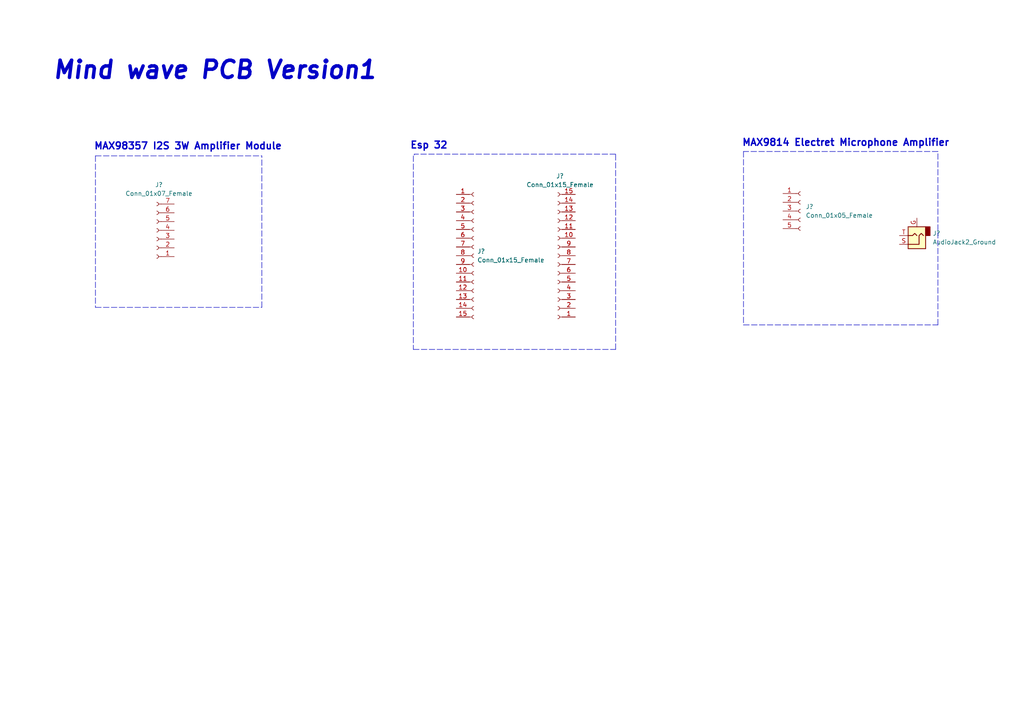
<source format=kicad_sch>
(kicad_sch (version 20211123) (generator eeschema)
  (paper "A4")
  (title_block (title "Mind Wave Version1") (date "2023-11-23") (rev "1.0") (company "R.I Buwaneka"))
  (lib_symbols
    (symbol "Connector:AudioJack2_Ground"
      (property "Reference" "J" (at 0 8.89 0))
      (property "Value" "AudioJack2_Ground" (at 0 6.35 0))
      (symbol "AudioJack2_Ground_0_1"
        (rectangle (start -2.54 -2.54) (end -3.81 0) (stroke (width 0.254)) (fill (type outline)))
        (polyline (pts (xy 0 0) (xy 0.635 -0.635) (xy 1.27 0) (xy 2.54 0)) (stroke (width 0.254)))
        (polyline (pts (xy 2.54 2.54) (xy -0.635 2.54) (xy -0.635 0) (xy -1.27 -0.635) (xy -1.905 0)) (stroke (width 0.254)))
        (rectangle (start 2.54 3.81) (end -2.54 -2.54) (stroke (width 0.254)) (fill (type background)))
      )
      (symbol "AudioJack2_Ground_1_1"
        (pin passive line (at 0 -5.08 90) (length 2.54) (name "~") (number "G"))
        (pin passive line (at 5.08 2.54 180) (length 2.54) (name "~") (number "S"))
        (pin passive line (at 5.08 0 180) (length 2.54) (name "~") (number "T"))
      )
    )
    (symbol "Connector:Conn_01x05_Female" (pin_names (offset 1.016) hide)
      (property "Reference" "J" (at 0 7.62 0))
      (property "Value" "Conn_01x05_Female" (at 0 -7.62 0))
      (symbol "Conn_01x05_Female_1_1"
        (arc (start 0 -4.572) (mid -0.508 -5.08) (end 0 -5.588) (stroke (width 0.1524)))
        (arc (start 0 -2.032) (mid -0.508 -2.54) (end 0 -3.048) (stroke (width 0.1524)))
        (polyline (pts (xy -1.27 -5.08) (xy -0.508 -5.08)) (stroke (width 0.1524)))
        (polyline (pts (xy -1.27 -2.54) (xy -0.508 -2.54)) (stroke (width 0.1524)))
        (polyline (pts (xy -1.27 0) (xy -0.508 0)) (stroke (width 0.1524)))
        (polyline (pts (xy -1.27 2.54) (xy -0.508 2.54)) (stroke (width 0.1524)))
        (polyline (pts (xy -1.27 5.08) (xy -0.508 5.08)) (stroke (width 0.1524)))
        (arc (start 0 0.508) (mid -0.508 0) (end 0 -0.508) (stroke (width 0.1524)))
        (arc (start 0 3.048) (mid -0.508 2.54) (end 0 2.032) (stroke (width 0.1524)))
        (arc (start 0 5.588) (mid -0.508 5.08) (end 0 4.572) (stroke (width 0.1524)))
        (pin passive line (at -5.08 5.08 0) (length 3.81) (name "Pin_1") (number "1"))
        (pin passive line (at -5.08 2.54 0) (length 3.81) (name "Pin_2") (number "2"))
        (pin passive line (at -5.08 0 0) (length 3.81) (name "Pin_3") (number "3"))
        (pin passive line (at -5.08 -2.54 0) (length 3.81) (name "Pin_4") (number "4"))
        (pin passive line (at -5.08 -5.08 0) (length 3.81) (name "Pin_5") (number "5"))
      )
    )
    (symbol "Connector:Conn_01x07_Female" (pin_names (offset 1.016) hide)
      (property "Reference" "J" (at 0 10.16 0))
      (property "Value" "Conn_01x07_Female" (at 0 -10.16 0))
      (symbol "Conn_01x07_Female_1_1"
        (arc (start 0 -7.112) (mid -0.508 -7.62) (end 0 -8.128) (stroke (width 0.1524)))
        (arc (start 0 -4.572) (mid -0.508 -5.08) (end 0 -5.588) (stroke (width 0.1524)))
        (arc (start 0 -2.032) (mid -0.508 -2.54) (end 0 -3.048) (stroke (width 0.1524)))
        (polyline (pts (xy -1.27 -7.62) (xy -0.508 -7.62)) (stroke (width 0.1524)))
        (polyline (pts (xy -1.27 -5.08) (xy -0.508 -5.08)) (stroke (width 0.1524)))
        (polyline (pts (xy -1.27 -2.54) (xy -0.508 -2.54)) (stroke (width 0.1524)))
        (polyline (pts (xy -1.27 0) (xy -0.508 0)) (stroke (width 0.1524)))
        (polyline (pts (xy -1.27 2.54) (xy -0.508 2.54)) (stroke (width 0.1524)))
        (polyline (pts (xy -1.27 5.08) (xy -0.508 5.08)) (stroke (width 0.1524)))
        (polyline (pts (xy -1.27 7.62) (xy -0.508 7.62)) (stroke (width 0.1524)))
        (arc (start 0 0.508) (mid -0.508 0) (end 0 -0.508) (stroke (width 0.1524)))
        (arc (start 0 3.048) (mid -0.508 2.54) (end 0 2.032) (stroke (width 0.1524)))
        (arc (start 0 5.588) (mid -0.508 5.08) (end 0 4.572) (stroke (width 0.1524)))
        (arc (start 0 8.128) (mid -0.508 7.62) (end 0 7.112) (stroke (width 0.1524)))
        (pin passive line (at -5.08 7.62 0) (length 3.81) (name "Pin_1") (number "1"))
        (pin passive line (at -5.08 5.08 0) (length 3.81) (name "Pin_2") (number "2"))
        (pin passive line (at -5.08 2.54 0) (length 3.81) (name "Pin_3") (number "3"))
        (pin passive line (at -5.08 0 0) (length 3.81) (name "Pin_4") (number "4"))
        (pin passive line (at -5.08 -2.54 0) (length 3.81) (name "Pin_5") (number "5"))
        (pin passive line (at -5.08 -5.08 0) (length 3.81) (name "Pin_6") (number "6"))
        (pin passive line (at -5.08 -7.62 0) (length 3.81) (name "Pin_7") (number "7"))
      )
    )
    (symbol "Connector:Conn_01x15_Female" (pin_names (offset 1.016) hide)
      (property "Reference" "J" (at 0 20.32 0))
      (property "Value" "Conn_01x15_Female" (at 0 -20.32 0))
      (symbol "Conn_01x15_Female_1_1"
        (arc (start 0 -17.272) (mid -0.508 -17.78) (end 0 -18.288) (stroke (width 0.1524)))
        (arc (start 0 -14.732) (mid -0.508 -15.24) (end 0 -15.748) (stroke (width 0.1524)))
        (arc (start 0 -12.192) (mid -0.508 -12.7) (end 0 -13.208) (stroke (width 0.1524)))
        (arc (start 0 -9.652) (mid -0.508 -10.16) (end 0 -10.668) (stroke (width 0.1524)))
        (arc (start 0 -7.112) (mid -0.508 -7.62) (end 0 -8.128) (stroke (width 0.1524)))
        (arc (start 0 -4.572) (mid -0.508 -5.08) (end 0 -5.588) (stroke (width 0.1524)))
        (arc (start 0 -2.032) (mid -0.508 -2.54) (end 0 -3.048) (stroke (width 0.1524)))
        (polyline (pts (xy -1.27 -17.78) (xy -0.508 -17.78)) (stroke (width 0.1524)))
        (polyline (pts (xy -1.27 -15.24) (xy -0.508 -15.24)) (stroke (width 0.1524)))
        (polyline (pts (xy -1.27 -12.7) (xy -0.508 -12.7)) (stroke (width 0.1524)))
        (polyline (pts (xy -1.27 -10.16) (xy -0.508 -10.16)) (stroke (width 0.1524)))
        (polyline (pts (xy -1.27 -7.62) (xy -0.508 -7.62)) (stroke (width 0.1524)))
        (polyline (pts (xy -1.27 -5.08) (xy -0.508 -5.08)) (stroke (width 0.1524)))
        (polyline (pts (xy -1.27 -2.54) (xy -0.508 -2.54)) (stroke (width 0.1524)))
        (polyline (pts (xy -1.27 0) (xy -0.508 0)) (stroke (width 0.1524)))
        (polyline (pts (xy -1.27 2.54) (xy -0.508 2.54)) (stroke (width 0.1524)))
        (polyline (pts (xy -1.27 5.08) (xy -0.508 5.08)) (stroke (width 0.1524)))
        (polyline (pts (xy -1.27 7.62) (xy -0.508 7.62)) (stroke (width 0.1524)))
        (polyline (pts (xy -1.27 10.16) (xy -0.508 10.16)) (stroke (width 0.1524)))
        (polyline (pts (xy -1.27 12.7) (xy -0.508 12.7)) (stroke (width 0.1524)))
        (polyline (pts (xy -1.27 15.24) (xy -0.508 15.24)) (stroke (width 0.1524)))
        (polyline (pts (xy -1.27 17.78) (xy -0.508 17.78)) (stroke (width 0.1524)))
        (arc (start 0 0.508) (mid -0.508 0) (end 0 -0.508) (stroke (width 0.1524)))
        (arc (start 0 3.048) (mid -0.508 2.54) (end 0 2.032) (stroke (width 0.1524)))
        (arc (start 0 5.588) (mid -0.508 5.08) (end 0 4.572) (stroke (width 0.1524)))
        (arc (start 0 8.128) (mid -0.508 7.62) (end 0 7.112) (stroke (width 0.1524)))
        (arc (start 0 10.668) (mid -0.508 10.16) (end 0 9.652) (stroke (width 0.1524)))
        (arc (start 0 13.208) (mid -0.508 12.7) (end 0 12.192) (stroke (width 0.1524)))
        (arc (start 0 15.748) (mid -0.508 15.24) (end 0 14.732) (stroke (width 0.1524)))
        (arc (start 0 18.288) (mid -0.508 17.78) (end 0 17.272) (stroke (width 0.1524)))
        (pin passive line (at -5.08 17.78 0) (length 3.81) (name "Pin_1") (number "1"))
        (pin passive line (at -5.08 -5.08 0) (length 3.81) (name "Pin_10") (number "10"))
        (pin passive line (at -5.08 -7.62 0) (length 3.81) (name "Pin_11") (number "11"))
        (pin passive line (at -5.08 -10.16 0) (length 3.81) (name "Pin_12") (number "12"))
        (pin passive line (at -5.08 -12.7 0) (length 3.81) (name "Pin_13") (number "13"))
        (pin passive line (at -5.08 -15.24 0) (length 3.81) (name "Pin_14") (number "14"))
        (pin passive line (at -5.08 -17.78 0) (length 3.81) (name "Pin_15") (number "15"))
        (pin passive line (at -5.08 15.24 0) (length 3.81) (name "Pin_2") (number "2"))
        (pin passive line (at -5.08 12.7 0) (length 3.81) (name "Pin_3") (number "3"))
        (pin passive line (at -5.08 10.16 0) (length 3.81) (name "Pin_4") (number "4"))
        (pin passive line (at -5.08 7.62 0) (length 3.81) (name "Pin_5") (number "5"))
        (pin passive line (at -5.08 5.08 0) (length 3.81) (name "Pin_6") (number "6"))
        (pin passive line (at -5.08 2.54 0) (length 3.81) (name "Pin_7") (number "7"))
        (pin passive line (at -5.08 0 0) (length 3.81) (name "Pin_8") (number "8"))
        (pin passive line (at -5.08 -2.54 0) (length 3.81) (name "Pin_9") (number "9"))
      )
    )
  )
  (polyline (pts (xy 215.646 43.942) (xy 215.646 94.234)))
  (polyline (pts (xy 178.562 44.704) (xy 120.142 44.704)))
  (polyline (pts (xy 75.946 89.154) (xy 75.946 45.212)))
  (polyline (pts (xy 217.932 94.234) (xy 272.034 94.234)))
  (polyline (pts (xy 119.888 45.212) (xy 119.888 101.346)))
  (polyline (pts (xy 272.034 43.942) (xy 215.646 43.942)))
  (polyline (pts (xy 178.562 101.346) (xy 178.562 44.704)))
  (polyline (pts (xy 27.686 45.212) (xy 75.946 45.212)))
  (polyline (pts (xy 272.034 94.234) (xy 272.034 43.942)))
  (polyline (pts (xy 27.686 89.154) (xy 75.946 89.154)))
  (polyline (pts (xy 119.888 101.346) (xy 178.562 101.346)))
  (polyline (pts (xy 120.142 44.704) (xy 120.142 44.958)))
  (polyline (pts (xy 215.646 94.234) (xy 217.678 94.234)))
  (polyline (pts (xy 27.686 45.212) (xy 27.686 89.154)))
  (text "MAX98357 I2S 3W Amplifier Module" (at 27.178 43.688 0) (effects (font (size 2 2) bold) (justify left bottom)))
  (text "Mind wave PCB Version1" (at 14.986 23.368 0) (effects (font (size 5 5) bold italic) (justify left bottom)))
  (text "MAX9814 Electret Microphone Amplifier" (at 215.138 42.672 0) (effects (font (size 2 2) bold) (justify left bottom)))
  (text "Esp 32" (at 118.872 43.434 0) (effects (font (size 2 2) bold) (justify left bottom)))
  (symbol (lib_id "Connector:Conn_01x15_Female") (at 161.798 74.168 180) (unit 1)
    (property "Reference" "J?" (at 162.433 51.054 0))
    (property "Value" "Conn_01x15_Female" (at 162.433 53.594 0))
  )
  (symbol (lib_id "Connector:Conn_01x15_Female") (at 137.414 74.168 0) (unit 1)
    (property "Reference" "J?" (at 138.43 72.8979 0) (effects (justify left)))
    (property "Value" "Conn_01x15_Female" (at 138.43 75.4379 0) (effects (justify left)))
  )
  (symbol (lib_id "Connector:Conn_01x07_Female") (at 45.466 66.802 180) (unit 1)
    (property "Reference" "J?" (at 46.101 53.594 0))
    (property "Value" "Conn_01x07_Female" (at 46.101 56.134 0))
  )
  (symbol (lib_id "Connector:Conn_01x05_Female") (at 232.156 61.214 0) (unit 1)
    (property "Reference" "J?" (at 233.68 59.9439 0) (effects (justify left)))
    (property "Value" "Conn_01x05_Female" (at 233.68 62.4839 0) (effects (justify left)))
  )
  (symbol (lib_id "Connector:AudioJack2_Ground") (at 265.938 68.326 180) (unit 1)
    (property "Reference" "J?" (at 270.51 67.6909 0) (effects (justify right)))
    (property "Value" "AudioJack2_Ground" (at 270.51 70.2309 0) (effects (justify right)))
  )
)
</source>
